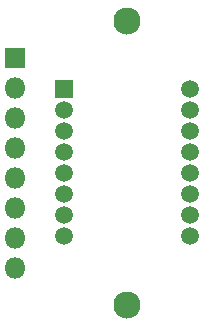
<source format=gbr>
%TF.GenerationSoftware,KiCad,Pcbnew,(5.1.6)-1*%
%TF.CreationDate,2020-09-30T01:26:52+08:00*%
%TF.ProjectId,Ogen,4f67656e-2e6b-4696-9361-645f70636258,rev?*%
%TF.SameCoordinates,Original*%
%TF.FileFunction,Soldermask,Bot*%
%TF.FilePolarity,Negative*%
%FSLAX46Y46*%
G04 Gerber Fmt 4.6, Leading zero omitted, Abs format (unit mm)*
G04 Created by KiCad (PCBNEW (5.1.6)-1) date 2020-09-30 01:26:52*
%MOMM*%
%LPD*%
G01*
G04 APERTURE LIST*
%ADD10O,1.800000X1.800000*%
%ADD11R,1.800000X1.800000*%
%ADD12C,2.300000*%
%ADD13C,1.500000*%
%ADD14R,1.500000X1.500000*%
G04 APERTURE END LIST*
D10*
%TO.C,J1*%
X25550000Y-33890000D03*
X25550000Y-31350000D03*
X25550000Y-28810000D03*
X25550000Y-26270000D03*
X25550000Y-23730000D03*
X25550000Y-21190000D03*
X25550000Y-18650000D03*
D11*
X25550000Y-16110000D03*
%TD*%
D12*
%TO.C,REF\u002A\u002A*%
X35000000Y-37000000D03*
%TD*%
%TO.C,REF\u002A\u002A*%
X35000000Y-13000000D03*
%TD*%
D13*
%TO.C,U2*%
X40350000Y-31230000D03*
D14*
X29650000Y-18770000D03*
D13*
X40350000Y-29450000D03*
X29650000Y-20550000D03*
X40350000Y-27670000D03*
X29650000Y-22330000D03*
X40350000Y-25890000D03*
X29650000Y-24110000D03*
X40350000Y-24110000D03*
X29650000Y-25890000D03*
X40350000Y-22330000D03*
X29650000Y-27670000D03*
X40350000Y-20550000D03*
X29650000Y-29450000D03*
X40350000Y-18770000D03*
X29650000Y-31230000D03*
%TD*%
M02*

</source>
